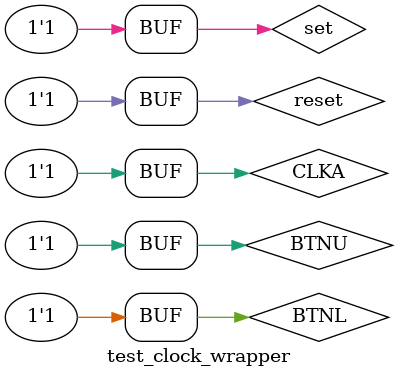
<source format=v>
`timescale 1ns / 1ps


module test_clock_wrapper(

    );
        reg CLKA;
        reg CLKB;
        reg CLKC;
        reg reset;
        reg set;
        reg BTNU, BTND, BTNL, BTNR, BTNC;
        wire [11:0]display_out;
clock_wrapper dut(
        .CLK(CLKA),
        .SW0(reset),//reset
        .SW1(set),//set
        .BTNU(BTNU), 
        .BTND(BTND), 
        .BTNL(BTNL), 
        .BTNR(BTNR), 
        .BTNC(BTNC),
        .display_out(display_out)
);
always begin
	CLKA = 1'b0;
	#5;
	CLKA=1'b1;
	#5;
end

initial begin
    reset <= 0;
    set <=0;
    #5;
    reset <= 1;
    set <=1;
    BTNU <= 0;
    #2000000;
    BTNU <= 1;
    #2000000;
    BTNU <= 0;
    #2000000;
    BTNU <= 1;
    #2000000;
    BTNU <= 0;
    #2000000;
    BTNU <= 1;
    #2000000;
    //
    BTNL <= 0;
    #2000000;
    BTNL <= 1;
    #2000000;
    BTNL <= 0;
    #2000000;
    BTNL <= 1;
    #2000000;
    //
    BTNU <= 0;
    #2000000;
    BTNU <= 1;
    #2000000;
    BTNU <= 0;
    #2000000;
    BTNU <= 1;
    #2000000;
    BTNU <= 0;
    #2000000;
    BTNU <= 1;
    #2000000;
    BTNU <= 0;
    #2000000;
    BTNU <= 1;
end
endmodule

</source>
